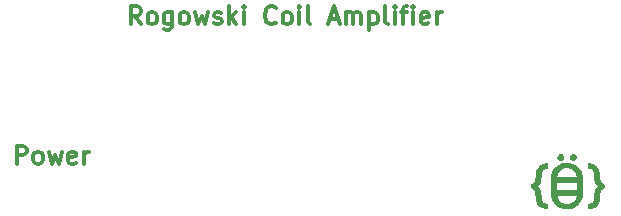
<source format=gbr>
%TF.GenerationSoftware,KiCad,Pcbnew,6.0.8-f2edbf62ab~116~ubuntu20.04.1*%
%TF.CreationDate,2022-11-12T19:18:57-08:00*%
%TF.ProjectId,packaged-amp-panel-f,7061636b-6167-4656-942d-616d702d7061,rev?*%
%TF.SameCoordinates,Original*%
%TF.FileFunction,Legend,Top*%
%TF.FilePolarity,Positive*%
%FSLAX46Y46*%
G04 Gerber Fmt 4.6, Leading zero omitted, Abs format (unit mm)*
G04 Created by KiCad (PCBNEW 6.0.8-f2edbf62ab~116~ubuntu20.04.1) date 2022-11-12 19:18:57*
%MOMM*%
%LPD*%
G01*
G04 APERTURE LIST*
%ADD10C,0.300000*%
G04 APERTURE END LIST*
D10*
X87819285Y-74928571D02*
X87819285Y-73428571D01*
X88390714Y-73428571D01*
X88533571Y-73500000D01*
X88605000Y-73571428D01*
X88676428Y-73714285D01*
X88676428Y-73928571D01*
X88605000Y-74071428D01*
X88533571Y-74142857D01*
X88390714Y-74214285D01*
X87819285Y-74214285D01*
X89533571Y-74928571D02*
X89390714Y-74857142D01*
X89319285Y-74785714D01*
X89247857Y-74642857D01*
X89247857Y-74214285D01*
X89319285Y-74071428D01*
X89390714Y-74000000D01*
X89533571Y-73928571D01*
X89747857Y-73928571D01*
X89890714Y-74000000D01*
X89962142Y-74071428D01*
X90033571Y-74214285D01*
X90033571Y-74642857D01*
X89962142Y-74785714D01*
X89890714Y-74857142D01*
X89747857Y-74928571D01*
X89533571Y-74928571D01*
X90533571Y-73928571D02*
X90819285Y-74928571D01*
X91105000Y-74214285D01*
X91390714Y-74928571D01*
X91676428Y-73928571D01*
X92819285Y-74857142D02*
X92676428Y-74928571D01*
X92390714Y-74928571D01*
X92247857Y-74857142D01*
X92176428Y-74714285D01*
X92176428Y-74142857D01*
X92247857Y-74000000D01*
X92390714Y-73928571D01*
X92676428Y-73928571D01*
X92819285Y-74000000D01*
X92890714Y-74142857D01*
X92890714Y-74285714D01*
X92176428Y-74428571D01*
X93533571Y-74928571D02*
X93533571Y-73928571D01*
X93533571Y-74214285D02*
X93605000Y-74071428D01*
X93676428Y-74000000D01*
X93819285Y-73928571D01*
X93962142Y-73928571D01*
X98335714Y-63128571D02*
X97835714Y-62414285D01*
X97478571Y-63128571D02*
X97478571Y-61628571D01*
X98050000Y-61628571D01*
X98192857Y-61700000D01*
X98264285Y-61771428D01*
X98335714Y-61914285D01*
X98335714Y-62128571D01*
X98264285Y-62271428D01*
X98192857Y-62342857D01*
X98050000Y-62414285D01*
X97478571Y-62414285D01*
X99192857Y-63128571D02*
X99050000Y-63057142D01*
X98978571Y-62985714D01*
X98907142Y-62842857D01*
X98907142Y-62414285D01*
X98978571Y-62271428D01*
X99050000Y-62200000D01*
X99192857Y-62128571D01*
X99407142Y-62128571D01*
X99550000Y-62200000D01*
X99621428Y-62271428D01*
X99692857Y-62414285D01*
X99692857Y-62842857D01*
X99621428Y-62985714D01*
X99550000Y-63057142D01*
X99407142Y-63128571D01*
X99192857Y-63128571D01*
X100978571Y-62128571D02*
X100978571Y-63342857D01*
X100907142Y-63485714D01*
X100835714Y-63557142D01*
X100692857Y-63628571D01*
X100478571Y-63628571D01*
X100335714Y-63557142D01*
X100978571Y-63057142D02*
X100835714Y-63128571D01*
X100550000Y-63128571D01*
X100407142Y-63057142D01*
X100335714Y-62985714D01*
X100264285Y-62842857D01*
X100264285Y-62414285D01*
X100335714Y-62271428D01*
X100407142Y-62200000D01*
X100550000Y-62128571D01*
X100835714Y-62128571D01*
X100978571Y-62200000D01*
X101907142Y-63128571D02*
X101764285Y-63057142D01*
X101692857Y-62985714D01*
X101621428Y-62842857D01*
X101621428Y-62414285D01*
X101692857Y-62271428D01*
X101764285Y-62200000D01*
X101907142Y-62128571D01*
X102121428Y-62128571D01*
X102264285Y-62200000D01*
X102335714Y-62271428D01*
X102407142Y-62414285D01*
X102407142Y-62842857D01*
X102335714Y-62985714D01*
X102264285Y-63057142D01*
X102121428Y-63128571D01*
X101907142Y-63128571D01*
X102907142Y-62128571D02*
X103192857Y-63128571D01*
X103478571Y-62414285D01*
X103764285Y-63128571D01*
X104050000Y-62128571D01*
X104550000Y-63057142D02*
X104692857Y-63128571D01*
X104978571Y-63128571D01*
X105121428Y-63057142D01*
X105192857Y-62914285D01*
X105192857Y-62842857D01*
X105121428Y-62700000D01*
X104978571Y-62628571D01*
X104764285Y-62628571D01*
X104621428Y-62557142D01*
X104550000Y-62414285D01*
X104550000Y-62342857D01*
X104621428Y-62200000D01*
X104764285Y-62128571D01*
X104978571Y-62128571D01*
X105121428Y-62200000D01*
X105835714Y-63128571D02*
X105835714Y-61628571D01*
X105978571Y-62557142D02*
X106407142Y-63128571D01*
X106407142Y-62128571D02*
X105835714Y-62700000D01*
X107050000Y-63128571D02*
X107050000Y-62128571D01*
X107050000Y-61628571D02*
X106978571Y-61700000D01*
X107050000Y-61771428D01*
X107121428Y-61700000D01*
X107050000Y-61628571D01*
X107050000Y-61771428D01*
X109764285Y-62985714D02*
X109692857Y-63057142D01*
X109478571Y-63128571D01*
X109335714Y-63128571D01*
X109121428Y-63057142D01*
X108978571Y-62914285D01*
X108907142Y-62771428D01*
X108835714Y-62485714D01*
X108835714Y-62271428D01*
X108907142Y-61985714D01*
X108978571Y-61842857D01*
X109121428Y-61700000D01*
X109335714Y-61628571D01*
X109478571Y-61628571D01*
X109692857Y-61700000D01*
X109764285Y-61771428D01*
X110621428Y-63128571D02*
X110478571Y-63057142D01*
X110407142Y-62985714D01*
X110335714Y-62842857D01*
X110335714Y-62414285D01*
X110407142Y-62271428D01*
X110478571Y-62200000D01*
X110621428Y-62128571D01*
X110835714Y-62128571D01*
X110978571Y-62200000D01*
X111050000Y-62271428D01*
X111121428Y-62414285D01*
X111121428Y-62842857D01*
X111050000Y-62985714D01*
X110978571Y-63057142D01*
X110835714Y-63128571D01*
X110621428Y-63128571D01*
X111764285Y-63128571D02*
X111764285Y-62128571D01*
X111764285Y-61628571D02*
X111692857Y-61700000D01*
X111764285Y-61771428D01*
X111835714Y-61700000D01*
X111764285Y-61628571D01*
X111764285Y-61771428D01*
X112692857Y-63128571D02*
X112550000Y-63057142D01*
X112478571Y-62914285D01*
X112478571Y-61628571D01*
X114335714Y-62700000D02*
X115050000Y-62700000D01*
X114192857Y-63128571D02*
X114692857Y-61628571D01*
X115192857Y-63128571D01*
X115692857Y-63128571D02*
X115692857Y-62128571D01*
X115692857Y-62271428D02*
X115764285Y-62200000D01*
X115907142Y-62128571D01*
X116121428Y-62128571D01*
X116264285Y-62200000D01*
X116335714Y-62342857D01*
X116335714Y-63128571D01*
X116335714Y-62342857D02*
X116407142Y-62200000D01*
X116550000Y-62128571D01*
X116764285Y-62128571D01*
X116907142Y-62200000D01*
X116978571Y-62342857D01*
X116978571Y-63128571D01*
X117692857Y-62128571D02*
X117692857Y-63628571D01*
X117692857Y-62200000D02*
X117835714Y-62128571D01*
X118121428Y-62128571D01*
X118264285Y-62200000D01*
X118335714Y-62271428D01*
X118407142Y-62414285D01*
X118407142Y-62842857D01*
X118335714Y-62985714D01*
X118264285Y-63057142D01*
X118121428Y-63128571D01*
X117835714Y-63128571D01*
X117692857Y-63057142D01*
X119264285Y-63128571D02*
X119121428Y-63057142D01*
X119050000Y-62914285D01*
X119050000Y-61628571D01*
X119835714Y-63128571D02*
X119835714Y-62128571D01*
X119835714Y-61628571D02*
X119764285Y-61700000D01*
X119835714Y-61771428D01*
X119907142Y-61700000D01*
X119835714Y-61628571D01*
X119835714Y-61771428D01*
X120335714Y-62128571D02*
X120907142Y-62128571D01*
X120550000Y-63128571D02*
X120550000Y-61842857D01*
X120621428Y-61700000D01*
X120764285Y-61628571D01*
X120907142Y-61628571D01*
X121407142Y-63128571D02*
X121407142Y-62128571D01*
X121407142Y-61628571D02*
X121335714Y-61700000D01*
X121407142Y-61771428D01*
X121478571Y-61700000D01*
X121407142Y-61628571D01*
X121407142Y-61771428D01*
X122692857Y-63057142D02*
X122550000Y-63128571D01*
X122264285Y-63128571D01*
X122121428Y-63057142D01*
X122050000Y-62914285D01*
X122050000Y-62342857D01*
X122121428Y-62200000D01*
X122264285Y-62128571D01*
X122550000Y-62128571D01*
X122692857Y-62200000D01*
X122764285Y-62342857D01*
X122764285Y-62485714D01*
X122050000Y-62628571D01*
X123407142Y-63128571D02*
X123407142Y-62128571D01*
X123407142Y-62414285D02*
X123478571Y-62271428D01*
X123550000Y-62200000D01*
X123692857Y-62128571D01*
X123835714Y-62128571D01*
%TO.C,G\u002A\u002A\u002A*%
G36*
X133080811Y-76944313D02*
G01*
X133080797Y-76824432D01*
X133080846Y-76670126D01*
X133081013Y-76535442D01*
X133081326Y-76418839D01*
X133081814Y-76318773D01*
X133082507Y-76233701D01*
X133083432Y-76162079D01*
X133084620Y-76102365D01*
X133086098Y-76053016D01*
X133086620Y-76041266D01*
X133599910Y-76041266D01*
X135239797Y-76041266D01*
X135239797Y-76016500D01*
X135235745Y-75981158D01*
X135224843Y-75932807D01*
X135208975Y-75877722D01*
X135190023Y-75822175D01*
X135169872Y-75772440D01*
X135160861Y-75753523D01*
X135093533Y-75642843D01*
X135012016Y-75547529D01*
X134916926Y-75468194D01*
X134811172Y-75406540D01*
X134729385Y-75371752D01*
X134649300Y-75347698D01*
X134563197Y-75332491D01*
X134477001Y-75324970D01*
X134342112Y-75325392D01*
X134216653Y-75342971D01*
X134096979Y-75378218D01*
X134096797Y-75378286D01*
X134007233Y-75417666D01*
X133929339Y-75465563D01*
X133856375Y-75526542D01*
X133812672Y-75570758D01*
X133734761Y-75669650D01*
X133673294Y-75781848D01*
X133628295Y-75907299D01*
X133605919Y-76006870D01*
X133599910Y-76041266D01*
X133086620Y-76041266D01*
X133087897Y-76012487D01*
X133090043Y-75979237D01*
X133092568Y-75951721D01*
X133095498Y-75928398D01*
X133097850Y-75913485D01*
X133134992Y-75755316D01*
X133190501Y-75605831D01*
X133263579Y-75466543D01*
X133353431Y-75338965D01*
X133459260Y-75224611D01*
X133461484Y-75222516D01*
X133584876Y-75120926D01*
X133719981Y-75036913D01*
X133866634Y-74970537D01*
X134024668Y-74921860D01*
X134193915Y-74890941D01*
X134374208Y-74877841D01*
X134419589Y-74877355D01*
X134573352Y-74882637D01*
X134713026Y-74898862D01*
X134843211Y-74927032D01*
X134968506Y-74968149D01*
X135093509Y-75023214D01*
X135096922Y-75024903D01*
X135198043Y-75079210D01*
X135284082Y-75135175D01*
X135360958Y-75197076D01*
X135433268Y-75267779D01*
X135531753Y-75385796D01*
X135612995Y-75513339D01*
X135677956Y-75652278D01*
X135727598Y-75804482D01*
X135743917Y-75871932D01*
X135747495Y-75889307D01*
X135750614Y-75907672D01*
X135753307Y-75928526D01*
X135755605Y-75953369D01*
X135757538Y-75983701D01*
X135759138Y-76021023D01*
X135760435Y-76066833D01*
X135761461Y-76122632D01*
X135762248Y-76189920D01*
X135762825Y-76270197D01*
X135763225Y-76364962D01*
X135763478Y-76475715D01*
X135763615Y-76603957D01*
X135763668Y-76751187D01*
X135763672Y-76824432D01*
X135763645Y-76980945D01*
X135763544Y-77117787D01*
X135763339Y-77236450D01*
X135762998Y-77338431D01*
X135762493Y-77425224D01*
X135761791Y-77498324D01*
X135760864Y-77559224D01*
X135759680Y-77609420D01*
X135758210Y-77650406D01*
X135756422Y-77683678D01*
X135754287Y-77710728D01*
X135751774Y-77733053D01*
X135748852Y-77752147D01*
X135745492Y-77769504D01*
X135744355Y-77774774D01*
X135699000Y-77936579D01*
X135637025Y-78086529D01*
X135559031Y-78223807D01*
X135465621Y-78347596D01*
X135357399Y-78457079D01*
X135234967Y-78551438D01*
X135122369Y-78618008D01*
X135023720Y-78663447D01*
X134914531Y-78703950D01*
X134805395Y-78735746D01*
X134766366Y-78744714D01*
X134729869Y-78751038D01*
X134680070Y-78757839D01*
X134622178Y-78764607D01*
X134561398Y-78770829D01*
X134502940Y-78775992D01*
X134452009Y-78779584D01*
X134413814Y-78781092D01*
X134399531Y-78780809D01*
X134379474Y-78779342D01*
X134344345Y-78776697D01*
X134300172Y-78773330D01*
X134276714Y-78771528D01*
X134106395Y-78748960D01*
X133945616Y-78708648D01*
X133795338Y-78651309D01*
X133656526Y-78577659D01*
X133530143Y-78488416D01*
X133417151Y-78384297D01*
X133318515Y-78266018D01*
X133235197Y-78134298D01*
X133168161Y-77989852D01*
X133146694Y-77930391D01*
X133135104Y-77895253D01*
X133124959Y-77862739D01*
X133116163Y-77831235D01*
X133108619Y-77799125D01*
X133102232Y-77764796D01*
X133096906Y-77726634D01*
X133093468Y-77692266D01*
X133617842Y-77692266D01*
X133624880Y-77736281D01*
X133642461Y-77803298D01*
X133673477Y-77877952D01*
X133714777Y-77954731D01*
X133763210Y-78028125D01*
X133815624Y-78092622D01*
X133846271Y-78123472D01*
X133936426Y-78193351D01*
X134040436Y-78251299D01*
X134153151Y-78294706D01*
X134217534Y-78311555D01*
X134272682Y-78319817D01*
X134341953Y-78324671D01*
X134418581Y-78326131D01*
X134495801Y-78324216D01*
X134566849Y-78318942D01*
X134623764Y-78310570D01*
X134749562Y-78274852D01*
X134863470Y-78221761D01*
X134965047Y-78151595D01*
X135053854Y-78064650D01*
X135119801Y-77976491D01*
X135144487Y-77934125D01*
X135169502Y-77884093D01*
X135192662Y-77831646D01*
X135211787Y-77782037D01*
X135224695Y-77740515D01*
X135229214Y-77713127D01*
X135228832Y-77709254D01*
X135226754Y-77705892D01*
X135221579Y-77703005D01*
X135211906Y-77700558D01*
X135196337Y-77698514D01*
X135173469Y-77696837D01*
X135141904Y-77695490D01*
X135100241Y-77694438D01*
X135047080Y-77693644D01*
X134981021Y-77693071D01*
X134900662Y-77692684D01*
X134804605Y-77692446D01*
X134691449Y-77692321D01*
X134559794Y-77692273D01*
X134423528Y-77692266D01*
X133617842Y-77692266D01*
X133093468Y-77692266D01*
X133092543Y-77683024D01*
X133089049Y-77632352D01*
X133086326Y-77573003D01*
X133084279Y-77503365D01*
X133082811Y-77421821D01*
X133081827Y-77326758D01*
X133081229Y-77216562D01*
X133081100Y-77163099D01*
X133599381Y-77163099D01*
X135250381Y-77163099D01*
X135250381Y-76581016D01*
X133599381Y-76581016D01*
X133599381Y-77163099D01*
X133081100Y-77163099D01*
X133080923Y-77089619D01*
X133080811Y-76944313D01*
G37*
G36*
X132750783Y-74901260D02*
G01*
X132780135Y-74905747D01*
X132801999Y-74913556D01*
X132817470Y-74927519D01*
X132827645Y-74950470D01*
X132833619Y-74985242D01*
X132836489Y-75034668D01*
X132837350Y-75101581D01*
X132837381Y-75125135D01*
X132837091Y-75196528D01*
X132835053Y-75249734D01*
X132829509Y-75287734D01*
X132818703Y-75313507D01*
X132800877Y-75330034D01*
X132774277Y-75340294D01*
X132737144Y-75347269D01*
X132703770Y-75351814D01*
X132606587Y-75370183D01*
X132526191Y-75398153D01*
X132459896Y-75437023D01*
X132405019Y-75488094D01*
X132393451Y-75502056D01*
X132361354Y-75548788D01*
X132334808Y-75601894D01*
X132313254Y-75663791D01*
X132296135Y-75736899D01*
X132282892Y-75823634D01*
X132272968Y-75926416D01*
X132265805Y-76047662D01*
X132265382Y-76057141D01*
X132261319Y-76146507D01*
X132257595Y-76218098D01*
X132253852Y-76275291D01*
X132249736Y-76321466D01*
X132244889Y-76360001D01*
X132238956Y-76394277D01*
X132231581Y-76427671D01*
X132222670Y-76462581D01*
X132186760Y-76566881D01*
X132138388Y-76658802D01*
X132079110Y-76735863D01*
X132015896Y-76791780D01*
X131958408Y-76832946D01*
X131994209Y-76855072D01*
X132032619Y-76884524D01*
X132075153Y-76926107D01*
X132115826Y-76973357D01*
X132148651Y-77019808D01*
X132152158Y-77025670D01*
X132177311Y-77076924D01*
X132202094Y-77141567D01*
X132223948Y-77211939D01*
X132240314Y-77280375D01*
X132243985Y-77300682D01*
X132247840Y-77332077D01*
X132252150Y-77380296D01*
X132256604Y-77441011D01*
X132260892Y-77509891D01*
X132264703Y-77582610D01*
X132265609Y-77602307D01*
X132271975Y-77717726D01*
X132280216Y-77814817D01*
X132290809Y-77896372D01*
X132304233Y-77965182D01*
X132320966Y-78024040D01*
X132341486Y-78075739D01*
X132349569Y-78092494D01*
X132398493Y-78169545D01*
X132459258Y-78229522D01*
X132532782Y-78273049D01*
X132619982Y-78300752D01*
X132666931Y-78308608D01*
X132720502Y-78315576D01*
X132757301Y-78321274D01*
X132781583Y-78326841D01*
X132797604Y-78333420D01*
X132809621Y-78342151D01*
X132816483Y-78348701D01*
X132824256Y-78358072D01*
X132829832Y-78370451D01*
X132833570Y-78389213D01*
X132835831Y-78417732D01*
X132836974Y-78459382D01*
X132837358Y-78517540D01*
X132837381Y-78544705D01*
X132837275Y-78609384D01*
X132836661Y-78656360D01*
X132835090Y-78689095D01*
X132832115Y-78711053D01*
X132827288Y-78725698D01*
X132820163Y-78736491D01*
X132811403Y-78745788D01*
X132795957Y-78759069D01*
X132778710Y-78766758D01*
X132753695Y-78770225D01*
X132714944Y-78770842D01*
X132702924Y-78770718D01*
X132648671Y-78768307D01*
X132587372Y-78763025D01*
X132535143Y-78756418D01*
X132397454Y-78725907D01*
X132273288Y-78679217D01*
X132162539Y-78616250D01*
X132065106Y-78536910D01*
X131980884Y-78441098D01*
X131909771Y-78328718D01*
X131851664Y-78199671D01*
X131811476Y-78073266D01*
X131797841Y-78018750D01*
X131786971Y-77966731D01*
X131778335Y-77912961D01*
X131771404Y-77853193D01*
X131765646Y-77783181D01*
X131760534Y-77698678D01*
X131757696Y-77642213D01*
X131754015Y-77573636D01*
X131749802Y-77509243D01*
X131745385Y-77453174D01*
X131741094Y-77409569D01*
X131737258Y-77382568D01*
X131736918Y-77380967D01*
X131708695Y-77287179D01*
X131668406Y-77208893D01*
X131613596Y-77142758D01*
X131541813Y-77085418D01*
X131503355Y-77061613D01*
X131455099Y-77032357D01*
X131421719Y-77006592D01*
X131400317Y-76979275D01*
X131387998Y-76945363D01*
X131381864Y-76899812D01*
X131379266Y-76845599D01*
X131379012Y-76780001D01*
X131384211Y-76730869D01*
X131396596Y-76693833D01*
X131417896Y-76664523D01*
X131449842Y-76638568D01*
X131465191Y-76628641D01*
X131538873Y-76580924D01*
X131595985Y-76538446D01*
X131639429Y-76498139D01*
X131672103Y-76456936D01*
X131696908Y-76411767D01*
X131715276Y-76364057D01*
X131731757Y-76299775D01*
X131744714Y-76219407D01*
X131753568Y-76127824D01*
X131757741Y-76029900D01*
X131757988Y-76004224D01*
X131763336Y-75885797D01*
X131778006Y-75763248D01*
X131800846Y-75642352D01*
X131830704Y-75528884D01*
X131866427Y-75428619D01*
X131878117Y-75401975D01*
X131943966Y-75282831D01*
X132024118Y-75178717D01*
X132117687Y-75090396D01*
X132223788Y-75018631D01*
X132341536Y-74964187D01*
X132411842Y-74941655D01*
X132468447Y-74928490D01*
X132533647Y-74916996D01*
X132601328Y-74907901D01*
X132665374Y-74901933D01*
X132719673Y-74899822D01*
X132750783Y-74901260D01*
G37*
G36*
X136421907Y-74906891D02*
G01*
X136553431Y-74931698D01*
X136676698Y-74971792D01*
X136789411Y-75026214D01*
X136889275Y-75094004D01*
X136973994Y-75174206D01*
X136989901Y-75192846D01*
X137061754Y-75295606D01*
X137122676Y-75414232D01*
X137171814Y-75545976D01*
X137208315Y-75688094D01*
X137231328Y-75837836D01*
X137239999Y-75992457D01*
X137240037Y-75998932D01*
X137244253Y-76128994D01*
X137256029Y-76240440D01*
X137275630Y-76334525D01*
X137303320Y-76412504D01*
X137339365Y-76475630D01*
X137341222Y-76478188D01*
X137360281Y-76502606D01*
X137380375Y-76523914D01*
X137405217Y-76545087D01*
X137438520Y-76569100D01*
X137483995Y-76598928D01*
X137521254Y-76622477D01*
X137565234Y-76653896D01*
X137594508Y-76686192D01*
X137611747Y-76724672D01*
X137619620Y-76774645D01*
X137620988Y-76820740D01*
X137618058Y-76891952D01*
X137607654Y-76947067D01*
X137587184Y-76990585D01*
X137554054Y-77027007D01*
X137505671Y-77060831D01*
X137471627Y-77079954D01*
X137399266Y-77129275D01*
X137341752Y-77192865D01*
X137309121Y-77247208D01*
X137290566Y-77287404D01*
X137275882Y-77328667D01*
X137264444Y-77374545D01*
X137255630Y-77428586D01*
X137248816Y-77494338D01*
X137243378Y-77575348D01*
X137240221Y-77639349D01*
X137232594Y-77770496D01*
X137221779Y-77884261D01*
X137207018Y-77984287D01*
X137187556Y-78074217D01*
X137162634Y-78157697D01*
X137131496Y-78238369D01*
X137102837Y-78300807D01*
X137035656Y-78416722D01*
X136955158Y-78516213D01*
X136861320Y-78599293D01*
X136754121Y-78665976D01*
X136633536Y-78716277D01*
X136499544Y-78750209D01*
X136352120Y-78767787D01*
X136338898Y-78768531D01*
X136286171Y-78771093D01*
X136250200Y-78771917D01*
X136226604Y-78770387D01*
X136211002Y-78765888D01*
X136199013Y-78757804D01*
X136188086Y-78747350D01*
X136177943Y-78736668D01*
X136170657Y-78725765D01*
X136165757Y-78711158D01*
X136162769Y-78689370D01*
X136161219Y-78656920D01*
X136160637Y-78610329D01*
X136160547Y-78546117D01*
X136160547Y-78544705D01*
X136161018Y-78472686D01*
X136163089Y-78418955D01*
X136167747Y-78380644D01*
X136175981Y-78354883D01*
X136188778Y-78338803D01*
X136207126Y-78329535D01*
X136232012Y-78324210D01*
X136236686Y-78323529D01*
X136305985Y-78313406D01*
X136358507Y-78304636D01*
X136398515Y-78296268D01*
X136430273Y-78287352D01*
X136458044Y-78276936D01*
X136470774Y-78271326D01*
X136546454Y-78225844D01*
X136606841Y-78165822D01*
X136647049Y-78101231D01*
X136664686Y-78062350D01*
X136679625Y-78022641D01*
X136692244Y-77979644D01*
X136702919Y-77930900D01*
X136712026Y-77873952D01*
X136719943Y-77806341D01*
X136727046Y-77725607D01*
X136733711Y-77629293D01*
X136740316Y-77514940D01*
X136742141Y-77480599D01*
X136747762Y-77390492D01*
X136754386Y-77318324D01*
X136762391Y-77260877D01*
X136772155Y-77214935D01*
X136774269Y-77207140D01*
X136812587Y-77099669D01*
X136862546Y-77006607D01*
X136923041Y-76929698D01*
X136982271Y-76878080D01*
X137039997Y-76836743D01*
X136992803Y-76804273D01*
X136930857Y-76752095D01*
X136877396Y-76685660D01*
X136829828Y-76601716D01*
X136827506Y-76596891D01*
X136802730Y-76541398D01*
X136783517Y-76488569D01*
X136768937Y-76433911D01*
X136758058Y-76372928D01*
X136749949Y-76301128D01*
X136743679Y-76214016D01*
X136742014Y-76184141D01*
X136735309Y-76065057D01*
X136728641Y-75964654D01*
X136721624Y-75880451D01*
X136713875Y-75809965D01*
X136705010Y-75750716D01*
X136694646Y-75700222D01*
X136682398Y-75656002D01*
X136667884Y-75615573D01*
X136650719Y-75576455D01*
X136646763Y-75568218D01*
X136608095Y-75504048D01*
X136559477Y-75452208D01*
X136498714Y-75411439D01*
X136423613Y-75380480D01*
X136331981Y-75358071D01*
X136262406Y-75347481D01*
X136212731Y-75334278D01*
X136185677Y-75315940D01*
X136176289Y-75305699D01*
X136169587Y-75294394D01*
X136165120Y-75278510D01*
X136162434Y-75254532D01*
X136161079Y-75218943D01*
X136160601Y-75168228D01*
X136160547Y-75120516D01*
X136160661Y-75056839D01*
X136161312Y-75010802D01*
X136162969Y-74978878D01*
X136166098Y-74957542D01*
X136171164Y-74943267D01*
X136178637Y-74932526D01*
X136186524Y-74924243D01*
X136203682Y-74909977D01*
X136223532Y-74902099D01*
X136252799Y-74898828D01*
X136284420Y-74898328D01*
X136421907Y-74906891D01*
G37*
G36*
X133973363Y-74130017D02*
G01*
X134044837Y-74160876D01*
X134103147Y-74206373D01*
X134146902Y-74263556D01*
X134174708Y-74329473D01*
X134185173Y-74401173D01*
X134176904Y-74475704D01*
X134160145Y-74525856D01*
X134123285Y-74586659D01*
X134072164Y-74635867D01*
X134010790Y-74671688D01*
X133943174Y-74692327D01*
X133873324Y-74695993D01*
X133809801Y-74682571D01*
X133736960Y-74646661D01*
X133679618Y-74597431D01*
X133638955Y-74536656D01*
X133616150Y-74466111D01*
X133612384Y-74387571D01*
X133612523Y-74385777D01*
X133626938Y-74311594D01*
X133658384Y-74248441D01*
X133705616Y-74195369D01*
X133770388Y-74149348D01*
X133839751Y-74123790D01*
X133912839Y-74118908D01*
X133973363Y-74130017D01*
G37*
G36*
X135011637Y-74123223D02*
G01*
X135080977Y-74142288D01*
X135144840Y-74178925D01*
X135191224Y-74222693D01*
X135232354Y-74285950D01*
X135254683Y-74355262D01*
X135258314Y-74427169D01*
X135243353Y-74498212D01*
X135209906Y-74564932D01*
X135179657Y-74602902D01*
X135119392Y-74652844D01*
X135051073Y-74683948D01*
X134977413Y-74695600D01*
X134901128Y-74687183D01*
X134861918Y-74674902D01*
X134803180Y-74641716D01*
X134752206Y-74592700D01*
X134712309Y-74532717D01*
X134686800Y-74466628D01*
X134678881Y-74406140D01*
X134686954Y-74347616D01*
X134708739Y-74286597D01*
X134740583Y-74232695D01*
X134748621Y-74222693D01*
X134805313Y-74171466D01*
X134870350Y-74137812D01*
X134940277Y-74121731D01*
X135011637Y-74123223D01*
G37*
%TD*%
M02*

</source>
